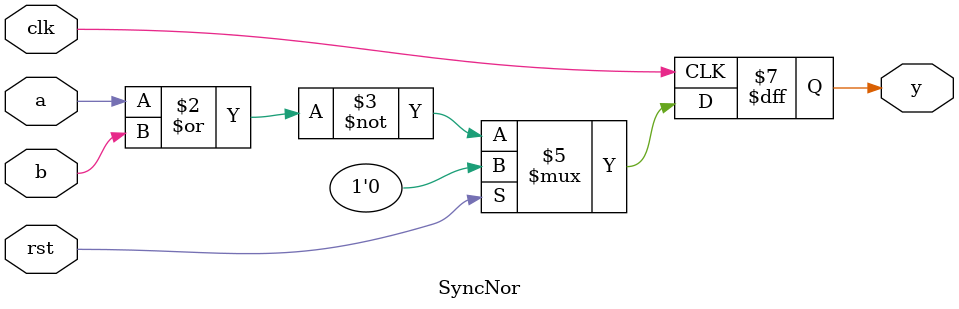
<source format=sv>
module SyncNor(input clk, rst, a, b, output reg y);
    always @(posedge clk) begin
        if(rst) y <= 0;
        else y <= ~(a | b);
    end
endmodule
</source>
